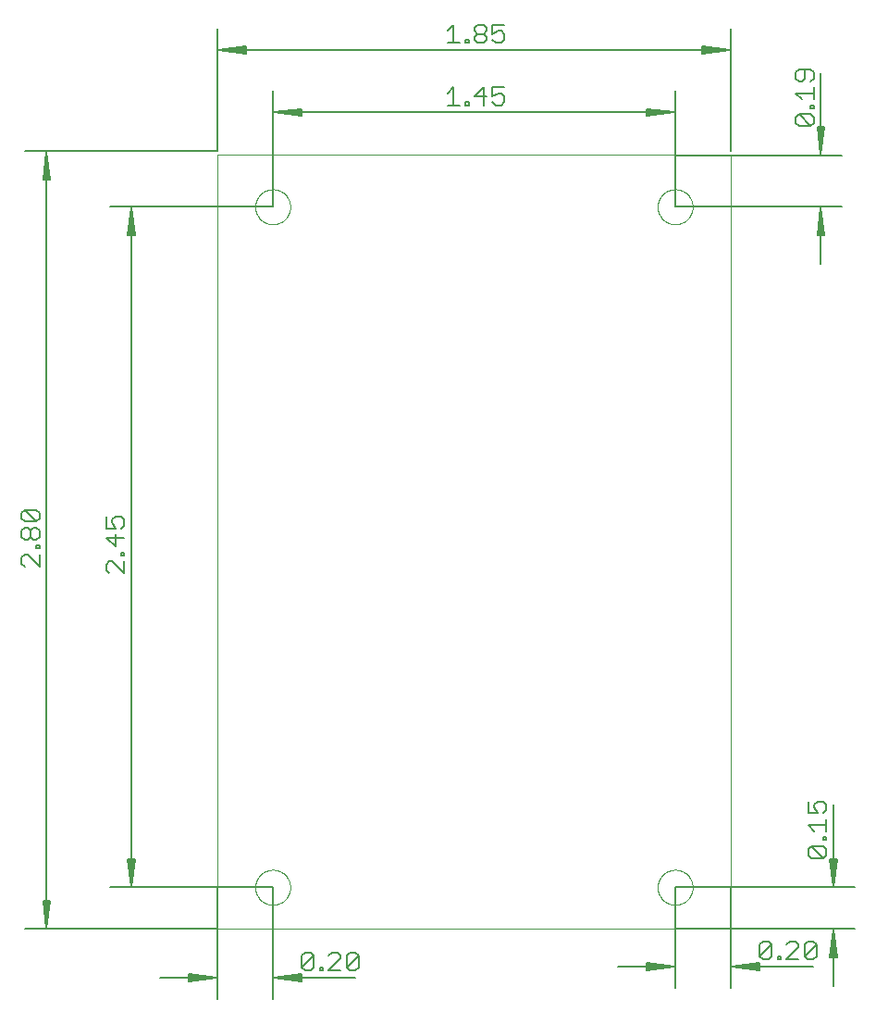
<source format=gbp>
G75*
%MOIN*%
%OFA0B0*%
%FSLAX25Y25*%
%IPPOS*%
%LPD*%
%AMOC8*
5,1,8,0,0,1.08239X$1,22.5*
%
%ADD10C,0.00000*%
%ADD11C,0.00512*%
%ADD12C,0.00600*%
D10*
X0074095Y0026433D02*
X0074095Y0305134D01*
X0259016Y0305134D01*
X0259016Y0026433D01*
X0074095Y0026433D01*
X0087796Y0041433D02*
X0087798Y0041591D01*
X0087804Y0041749D01*
X0087814Y0041907D01*
X0087828Y0042065D01*
X0087846Y0042222D01*
X0087867Y0042379D01*
X0087893Y0042535D01*
X0087923Y0042691D01*
X0087956Y0042846D01*
X0087994Y0042999D01*
X0088035Y0043152D01*
X0088080Y0043304D01*
X0088129Y0043455D01*
X0088182Y0043604D01*
X0088238Y0043752D01*
X0088298Y0043898D01*
X0088362Y0044043D01*
X0088430Y0044186D01*
X0088501Y0044328D01*
X0088575Y0044468D01*
X0088653Y0044605D01*
X0088735Y0044741D01*
X0088819Y0044875D01*
X0088908Y0045006D01*
X0088999Y0045135D01*
X0089094Y0045262D01*
X0089191Y0045387D01*
X0089292Y0045509D01*
X0089396Y0045628D01*
X0089503Y0045745D01*
X0089613Y0045859D01*
X0089726Y0045970D01*
X0089841Y0046079D01*
X0089959Y0046184D01*
X0090080Y0046286D01*
X0090203Y0046386D01*
X0090329Y0046482D01*
X0090457Y0046575D01*
X0090587Y0046665D01*
X0090720Y0046751D01*
X0090855Y0046835D01*
X0090991Y0046914D01*
X0091130Y0046991D01*
X0091271Y0047063D01*
X0091413Y0047133D01*
X0091557Y0047198D01*
X0091703Y0047260D01*
X0091850Y0047318D01*
X0091999Y0047373D01*
X0092149Y0047424D01*
X0092300Y0047471D01*
X0092452Y0047514D01*
X0092605Y0047553D01*
X0092760Y0047589D01*
X0092915Y0047620D01*
X0093071Y0047648D01*
X0093227Y0047672D01*
X0093384Y0047692D01*
X0093542Y0047708D01*
X0093699Y0047720D01*
X0093858Y0047728D01*
X0094016Y0047732D01*
X0094174Y0047732D01*
X0094332Y0047728D01*
X0094491Y0047720D01*
X0094648Y0047708D01*
X0094806Y0047692D01*
X0094963Y0047672D01*
X0095119Y0047648D01*
X0095275Y0047620D01*
X0095430Y0047589D01*
X0095585Y0047553D01*
X0095738Y0047514D01*
X0095890Y0047471D01*
X0096041Y0047424D01*
X0096191Y0047373D01*
X0096340Y0047318D01*
X0096487Y0047260D01*
X0096633Y0047198D01*
X0096777Y0047133D01*
X0096919Y0047063D01*
X0097060Y0046991D01*
X0097199Y0046914D01*
X0097335Y0046835D01*
X0097470Y0046751D01*
X0097603Y0046665D01*
X0097733Y0046575D01*
X0097861Y0046482D01*
X0097987Y0046386D01*
X0098110Y0046286D01*
X0098231Y0046184D01*
X0098349Y0046079D01*
X0098464Y0045970D01*
X0098577Y0045859D01*
X0098687Y0045745D01*
X0098794Y0045628D01*
X0098898Y0045509D01*
X0098999Y0045387D01*
X0099096Y0045262D01*
X0099191Y0045135D01*
X0099282Y0045006D01*
X0099371Y0044875D01*
X0099455Y0044741D01*
X0099537Y0044605D01*
X0099615Y0044468D01*
X0099689Y0044328D01*
X0099760Y0044186D01*
X0099828Y0044043D01*
X0099892Y0043898D01*
X0099952Y0043752D01*
X0100008Y0043604D01*
X0100061Y0043455D01*
X0100110Y0043304D01*
X0100155Y0043152D01*
X0100196Y0042999D01*
X0100234Y0042846D01*
X0100267Y0042691D01*
X0100297Y0042535D01*
X0100323Y0042379D01*
X0100344Y0042222D01*
X0100362Y0042065D01*
X0100376Y0041907D01*
X0100386Y0041749D01*
X0100392Y0041591D01*
X0100394Y0041433D01*
X0100392Y0041275D01*
X0100386Y0041117D01*
X0100376Y0040959D01*
X0100362Y0040801D01*
X0100344Y0040644D01*
X0100323Y0040487D01*
X0100297Y0040331D01*
X0100267Y0040175D01*
X0100234Y0040020D01*
X0100196Y0039867D01*
X0100155Y0039714D01*
X0100110Y0039562D01*
X0100061Y0039411D01*
X0100008Y0039262D01*
X0099952Y0039114D01*
X0099892Y0038968D01*
X0099828Y0038823D01*
X0099760Y0038680D01*
X0099689Y0038538D01*
X0099615Y0038398D01*
X0099537Y0038261D01*
X0099455Y0038125D01*
X0099371Y0037991D01*
X0099282Y0037860D01*
X0099191Y0037731D01*
X0099096Y0037604D01*
X0098999Y0037479D01*
X0098898Y0037357D01*
X0098794Y0037238D01*
X0098687Y0037121D01*
X0098577Y0037007D01*
X0098464Y0036896D01*
X0098349Y0036787D01*
X0098231Y0036682D01*
X0098110Y0036580D01*
X0097987Y0036480D01*
X0097861Y0036384D01*
X0097733Y0036291D01*
X0097603Y0036201D01*
X0097470Y0036115D01*
X0097335Y0036031D01*
X0097199Y0035952D01*
X0097060Y0035875D01*
X0096919Y0035803D01*
X0096777Y0035733D01*
X0096633Y0035668D01*
X0096487Y0035606D01*
X0096340Y0035548D01*
X0096191Y0035493D01*
X0096041Y0035442D01*
X0095890Y0035395D01*
X0095738Y0035352D01*
X0095585Y0035313D01*
X0095430Y0035277D01*
X0095275Y0035246D01*
X0095119Y0035218D01*
X0094963Y0035194D01*
X0094806Y0035174D01*
X0094648Y0035158D01*
X0094491Y0035146D01*
X0094332Y0035138D01*
X0094174Y0035134D01*
X0094016Y0035134D01*
X0093858Y0035138D01*
X0093699Y0035146D01*
X0093542Y0035158D01*
X0093384Y0035174D01*
X0093227Y0035194D01*
X0093071Y0035218D01*
X0092915Y0035246D01*
X0092760Y0035277D01*
X0092605Y0035313D01*
X0092452Y0035352D01*
X0092300Y0035395D01*
X0092149Y0035442D01*
X0091999Y0035493D01*
X0091850Y0035548D01*
X0091703Y0035606D01*
X0091557Y0035668D01*
X0091413Y0035733D01*
X0091271Y0035803D01*
X0091130Y0035875D01*
X0090991Y0035952D01*
X0090855Y0036031D01*
X0090720Y0036115D01*
X0090587Y0036201D01*
X0090457Y0036291D01*
X0090329Y0036384D01*
X0090203Y0036480D01*
X0090080Y0036580D01*
X0089959Y0036682D01*
X0089841Y0036787D01*
X0089726Y0036896D01*
X0089613Y0037007D01*
X0089503Y0037121D01*
X0089396Y0037238D01*
X0089292Y0037357D01*
X0089191Y0037479D01*
X0089094Y0037604D01*
X0088999Y0037731D01*
X0088908Y0037860D01*
X0088819Y0037991D01*
X0088735Y0038125D01*
X0088653Y0038261D01*
X0088575Y0038398D01*
X0088501Y0038538D01*
X0088430Y0038680D01*
X0088362Y0038823D01*
X0088298Y0038968D01*
X0088238Y0039114D01*
X0088182Y0039262D01*
X0088129Y0039411D01*
X0088080Y0039562D01*
X0088035Y0039714D01*
X0087994Y0039867D01*
X0087956Y0040020D01*
X0087923Y0040175D01*
X0087893Y0040331D01*
X0087867Y0040487D01*
X0087846Y0040644D01*
X0087828Y0040801D01*
X0087814Y0040959D01*
X0087804Y0041117D01*
X0087798Y0041275D01*
X0087796Y0041433D01*
X0232796Y0041433D02*
X0232798Y0041591D01*
X0232804Y0041749D01*
X0232814Y0041907D01*
X0232828Y0042065D01*
X0232846Y0042222D01*
X0232867Y0042379D01*
X0232893Y0042535D01*
X0232923Y0042691D01*
X0232956Y0042846D01*
X0232994Y0042999D01*
X0233035Y0043152D01*
X0233080Y0043304D01*
X0233129Y0043455D01*
X0233182Y0043604D01*
X0233238Y0043752D01*
X0233298Y0043898D01*
X0233362Y0044043D01*
X0233430Y0044186D01*
X0233501Y0044328D01*
X0233575Y0044468D01*
X0233653Y0044605D01*
X0233735Y0044741D01*
X0233819Y0044875D01*
X0233908Y0045006D01*
X0233999Y0045135D01*
X0234094Y0045262D01*
X0234191Y0045387D01*
X0234292Y0045509D01*
X0234396Y0045628D01*
X0234503Y0045745D01*
X0234613Y0045859D01*
X0234726Y0045970D01*
X0234841Y0046079D01*
X0234959Y0046184D01*
X0235080Y0046286D01*
X0235203Y0046386D01*
X0235329Y0046482D01*
X0235457Y0046575D01*
X0235587Y0046665D01*
X0235720Y0046751D01*
X0235855Y0046835D01*
X0235991Y0046914D01*
X0236130Y0046991D01*
X0236271Y0047063D01*
X0236413Y0047133D01*
X0236557Y0047198D01*
X0236703Y0047260D01*
X0236850Y0047318D01*
X0236999Y0047373D01*
X0237149Y0047424D01*
X0237300Y0047471D01*
X0237452Y0047514D01*
X0237605Y0047553D01*
X0237760Y0047589D01*
X0237915Y0047620D01*
X0238071Y0047648D01*
X0238227Y0047672D01*
X0238384Y0047692D01*
X0238542Y0047708D01*
X0238699Y0047720D01*
X0238858Y0047728D01*
X0239016Y0047732D01*
X0239174Y0047732D01*
X0239332Y0047728D01*
X0239491Y0047720D01*
X0239648Y0047708D01*
X0239806Y0047692D01*
X0239963Y0047672D01*
X0240119Y0047648D01*
X0240275Y0047620D01*
X0240430Y0047589D01*
X0240585Y0047553D01*
X0240738Y0047514D01*
X0240890Y0047471D01*
X0241041Y0047424D01*
X0241191Y0047373D01*
X0241340Y0047318D01*
X0241487Y0047260D01*
X0241633Y0047198D01*
X0241777Y0047133D01*
X0241919Y0047063D01*
X0242060Y0046991D01*
X0242199Y0046914D01*
X0242335Y0046835D01*
X0242470Y0046751D01*
X0242603Y0046665D01*
X0242733Y0046575D01*
X0242861Y0046482D01*
X0242987Y0046386D01*
X0243110Y0046286D01*
X0243231Y0046184D01*
X0243349Y0046079D01*
X0243464Y0045970D01*
X0243577Y0045859D01*
X0243687Y0045745D01*
X0243794Y0045628D01*
X0243898Y0045509D01*
X0243999Y0045387D01*
X0244096Y0045262D01*
X0244191Y0045135D01*
X0244282Y0045006D01*
X0244371Y0044875D01*
X0244455Y0044741D01*
X0244537Y0044605D01*
X0244615Y0044468D01*
X0244689Y0044328D01*
X0244760Y0044186D01*
X0244828Y0044043D01*
X0244892Y0043898D01*
X0244952Y0043752D01*
X0245008Y0043604D01*
X0245061Y0043455D01*
X0245110Y0043304D01*
X0245155Y0043152D01*
X0245196Y0042999D01*
X0245234Y0042846D01*
X0245267Y0042691D01*
X0245297Y0042535D01*
X0245323Y0042379D01*
X0245344Y0042222D01*
X0245362Y0042065D01*
X0245376Y0041907D01*
X0245386Y0041749D01*
X0245392Y0041591D01*
X0245394Y0041433D01*
X0245392Y0041275D01*
X0245386Y0041117D01*
X0245376Y0040959D01*
X0245362Y0040801D01*
X0245344Y0040644D01*
X0245323Y0040487D01*
X0245297Y0040331D01*
X0245267Y0040175D01*
X0245234Y0040020D01*
X0245196Y0039867D01*
X0245155Y0039714D01*
X0245110Y0039562D01*
X0245061Y0039411D01*
X0245008Y0039262D01*
X0244952Y0039114D01*
X0244892Y0038968D01*
X0244828Y0038823D01*
X0244760Y0038680D01*
X0244689Y0038538D01*
X0244615Y0038398D01*
X0244537Y0038261D01*
X0244455Y0038125D01*
X0244371Y0037991D01*
X0244282Y0037860D01*
X0244191Y0037731D01*
X0244096Y0037604D01*
X0243999Y0037479D01*
X0243898Y0037357D01*
X0243794Y0037238D01*
X0243687Y0037121D01*
X0243577Y0037007D01*
X0243464Y0036896D01*
X0243349Y0036787D01*
X0243231Y0036682D01*
X0243110Y0036580D01*
X0242987Y0036480D01*
X0242861Y0036384D01*
X0242733Y0036291D01*
X0242603Y0036201D01*
X0242470Y0036115D01*
X0242335Y0036031D01*
X0242199Y0035952D01*
X0242060Y0035875D01*
X0241919Y0035803D01*
X0241777Y0035733D01*
X0241633Y0035668D01*
X0241487Y0035606D01*
X0241340Y0035548D01*
X0241191Y0035493D01*
X0241041Y0035442D01*
X0240890Y0035395D01*
X0240738Y0035352D01*
X0240585Y0035313D01*
X0240430Y0035277D01*
X0240275Y0035246D01*
X0240119Y0035218D01*
X0239963Y0035194D01*
X0239806Y0035174D01*
X0239648Y0035158D01*
X0239491Y0035146D01*
X0239332Y0035138D01*
X0239174Y0035134D01*
X0239016Y0035134D01*
X0238858Y0035138D01*
X0238699Y0035146D01*
X0238542Y0035158D01*
X0238384Y0035174D01*
X0238227Y0035194D01*
X0238071Y0035218D01*
X0237915Y0035246D01*
X0237760Y0035277D01*
X0237605Y0035313D01*
X0237452Y0035352D01*
X0237300Y0035395D01*
X0237149Y0035442D01*
X0236999Y0035493D01*
X0236850Y0035548D01*
X0236703Y0035606D01*
X0236557Y0035668D01*
X0236413Y0035733D01*
X0236271Y0035803D01*
X0236130Y0035875D01*
X0235991Y0035952D01*
X0235855Y0036031D01*
X0235720Y0036115D01*
X0235587Y0036201D01*
X0235457Y0036291D01*
X0235329Y0036384D01*
X0235203Y0036480D01*
X0235080Y0036580D01*
X0234959Y0036682D01*
X0234841Y0036787D01*
X0234726Y0036896D01*
X0234613Y0037007D01*
X0234503Y0037121D01*
X0234396Y0037238D01*
X0234292Y0037357D01*
X0234191Y0037479D01*
X0234094Y0037604D01*
X0233999Y0037731D01*
X0233908Y0037860D01*
X0233819Y0037991D01*
X0233735Y0038125D01*
X0233653Y0038261D01*
X0233575Y0038398D01*
X0233501Y0038538D01*
X0233430Y0038680D01*
X0233362Y0038823D01*
X0233298Y0038968D01*
X0233238Y0039114D01*
X0233182Y0039262D01*
X0233129Y0039411D01*
X0233080Y0039562D01*
X0233035Y0039714D01*
X0232994Y0039867D01*
X0232956Y0040020D01*
X0232923Y0040175D01*
X0232893Y0040331D01*
X0232867Y0040487D01*
X0232846Y0040644D01*
X0232828Y0040801D01*
X0232814Y0040959D01*
X0232804Y0041117D01*
X0232798Y0041275D01*
X0232796Y0041433D01*
X0232796Y0286433D02*
X0232798Y0286591D01*
X0232804Y0286749D01*
X0232814Y0286907D01*
X0232828Y0287065D01*
X0232846Y0287222D01*
X0232867Y0287379D01*
X0232893Y0287535D01*
X0232923Y0287691D01*
X0232956Y0287846D01*
X0232994Y0287999D01*
X0233035Y0288152D01*
X0233080Y0288304D01*
X0233129Y0288455D01*
X0233182Y0288604D01*
X0233238Y0288752D01*
X0233298Y0288898D01*
X0233362Y0289043D01*
X0233430Y0289186D01*
X0233501Y0289328D01*
X0233575Y0289468D01*
X0233653Y0289605D01*
X0233735Y0289741D01*
X0233819Y0289875D01*
X0233908Y0290006D01*
X0233999Y0290135D01*
X0234094Y0290262D01*
X0234191Y0290387D01*
X0234292Y0290509D01*
X0234396Y0290628D01*
X0234503Y0290745D01*
X0234613Y0290859D01*
X0234726Y0290970D01*
X0234841Y0291079D01*
X0234959Y0291184D01*
X0235080Y0291286D01*
X0235203Y0291386D01*
X0235329Y0291482D01*
X0235457Y0291575D01*
X0235587Y0291665D01*
X0235720Y0291751D01*
X0235855Y0291835D01*
X0235991Y0291914D01*
X0236130Y0291991D01*
X0236271Y0292063D01*
X0236413Y0292133D01*
X0236557Y0292198D01*
X0236703Y0292260D01*
X0236850Y0292318D01*
X0236999Y0292373D01*
X0237149Y0292424D01*
X0237300Y0292471D01*
X0237452Y0292514D01*
X0237605Y0292553D01*
X0237760Y0292589D01*
X0237915Y0292620D01*
X0238071Y0292648D01*
X0238227Y0292672D01*
X0238384Y0292692D01*
X0238542Y0292708D01*
X0238699Y0292720D01*
X0238858Y0292728D01*
X0239016Y0292732D01*
X0239174Y0292732D01*
X0239332Y0292728D01*
X0239491Y0292720D01*
X0239648Y0292708D01*
X0239806Y0292692D01*
X0239963Y0292672D01*
X0240119Y0292648D01*
X0240275Y0292620D01*
X0240430Y0292589D01*
X0240585Y0292553D01*
X0240738Y0292514D01*
X0240890Y0292471D01*
X0241041Y0292424D01*
X0241191Y0292373D01*
X0241340Y0292318D01*
X0241487Y0292260D01*
X0241633Y0292198D01*
X0241777Y0292133D01*
X0241919Y0292063D01*
X0242060Y0291991D01*
X0242199Y0291914D01*
X0242335Y0291835D01*
X0242470Y0291751D01*
X0242603Y0291665D01*
X0242733Y0291575D01*
X0242861Y0291482D01*
X0242987Y0291386D01*
X0243110Y0291286D01*
X0243231Y0291184D01*
X0243349Y0291079D01*
X0243464Y0290970D01*
X0243577Y0290859D01*
X0243687Y0290745D01*
X0243794Y0290628D01*
X0243898Y0290509D01*
X0243999Y0290387D01*
X0244096Y0290262D01*
X0244191Y0290135D01*
X0244282Y0290006D01*
X0244371Y0289875D01*
X0244455Y0289741D01*
X0244537Y0289605D01*
X0244615Y0289468D01*
X0244689Y0289328D01*
X0244760Y0289186D01*
X0244828Y0289043D01*
X0244892Y0288898D01*
X0244952Y0288752D01*
X0245008Y0288604D01*
X0245061Y0288455D01*
X0245110Y0288304D01*
X0245155Y0288152D01*
X0245196Y0287999D01*
X0245234Y0287846D01*
X0245267Y0287691D01*
X0245297Y0287535D01*
X0245323Y0287379D01*
X0245344Y0287222D01*
X0245362Y0287065D01*
X0245376Y0286907D01*
X0245386Y0286749D01*
X0245392Y0286591D01*
X0245394Y0286433D01*
X0245392Y0286275D01*
X0245386Y0286117D01*
X0245376Y0285959D01*
X0245362Y0285801D01*
X0245344Y0285644D01*
X0245323Y0285487D01*
X0245297Y0285331D01*
X0245267Y0285175D01*
X0245234Y0285020D01*
X0245196Y0284867D01*
X0245155Y0284714D01*
X0245110Y0284562D01*
X0245061Y0284411D01*
X0245008Y0284262D01*
X0244952Y0284114D01*
X0244892Y0283968D01*
X0244828Y0283823D01*
X0244760Y0283680D01*
X0244689Y0283538D01*
X0244615Y0283398D01*
X0244537Y0283261D01*
X0244455Y0283125D01*
X0244371Y0282991D01*
X0244282Y0282860D01*
X0244191Y0282731D01*
X0244096Y0282604D01*
X0243999Y0282479D01*
X0243898Y0282357D01*
X0243794Y0282238D01*
X0243687Y0282121D01*
X0243577Y0282007D01*
X0243464Y0281896D01*
X0243349Y0281787D01*
X0243231Y0281682D01*
X0243110Y0281580D01*
X0242987Y0281480D01*
X0242861Y0281384D01*
X0242733Y0281291D01*
X0242603Y0281201D01*
X0242470Y0281115D01*
X0242335Y0281031D01*
X0242199Y0280952D01*
X0242060Y0280875D01*
X0241919Y0280803D01*
X0241777Y0280733D01*
X0241633Y0280668D01*
X0241487Y0280606D01*
X0241340Y0280548D01*
X0241191Y0280493D01*
X0241041Y0280442D01*
X0240890Y0280395D01*
X0240738Y0280352D01*
X0240585Y0280313D01*
X0240430Y0280277D01*
X0240275Y0280246D01*
X0240119Y0280218D01*
X0239963Y0280194D01*
X0239806Y0280174D01*
X0239648Y0280158D01*
X0239491Y0280146D01*
X0239332Y0280138D01*
X0239174Y0280134D01*
X0239016Y0280134D01*
X0238858Y0280138D01*
X0238699Y0280146D01*
X0238542Y0280158D01*
X0238384Y0280174D01*
X0238227Y0280194D01*
X0238071Y0280218D01*
X0237915Y0280246D01*
X0237760Y0280277D01*
X0237605Y0280313D01*
X0237452Y0280352D01*
X0237300Y0280395D01*
X0237149Y0280442D01*
X0236999Y0280493D01*
X0236850Y0280548D01*
X0236703Y0280606D01*
X0236557Y0280668D01*
X0236413Y0280733D01*
X0236271Y0280803D01*
X0236130Y0280875D01*
X0235991Y0280952D01*
X0235855Y0281031D01*
X0235720Y0281115D01*
X0235587Y0281201D01*
X0235457Y0281291D01*
X0235329Y0281384D01*
X0235203Y0281480D01*
X0235080Y0281580D01*
X0234959Y0281682D01*
X0234841Y0281787D01*
X0234726Y0281896D01*
X0234613Y0282007D01*
X0234503Y0282121D01*
X0234396Y0282238D01*
X0234292Y0282357D01*
X0234191Y0282479D01*
X0234094Y0282604D01*
X0233999Y0282731D01*
X0233908Y0282860D01*
X0233819Y0282991D01*
X0233735Y0283125D01*
X0233653Y0283261D01*
X0233575Y0283398D01*
X0233501Y0283538D01*
X0233430Y0283680D01*
X0233362Y0283823D01*
X0233298Y0283968D01*
X0233238Y0284114D01*
X0233182Y0284262D01*
X0233129Y0284411D01*
X0233080Y0284562D01*
X0233035Y0284714D01*
X0232994Y0284867D01*
X0232956Y0285020D01*
X0232923Y0285175D01*
X0232893Y0285331D01*
X0232867Y0285487D01*
X0232846Y0285644D01*
X0232828Y0285801D01*
X0232814Y0285959D01*
X0232804Y0286117D01*
X0232798Y0286275D01*
X0232796Y0286433D01*
X0087796Y0286433D02*
X0087798Y0286591D01*
X0087804Y0286749D01*
X0087814Y0286907D01*
X0087828Y0287065D01*
X0087846Y0287222D01*
X0087867Y0287379D01*
X0087893Y0287535D01*
X0087923Y0287691D01*
X0087956Y0287846D01*
X0087994Y0287999D01*
X0088035Y0288152D01*
X0088080Y0288304D01*
X0088129Y0288455D01*
X0088182Y0288604D01*
X0088238Y0288752D01*
X0088298Y0288898D01*
X0088362Y0289043D01*
X0088430Y0289186D01*
X0088501Y0289328D01*
X0088575Y0289468D01*
X0088653Y0289605D01*
X0088735Y0289741D01*
X0088819Y0289875D01*
X0088908Y0290006D01*
X0088999Y0290135D01*
X0089094Y0290262D01*
X0089191Y0290387D01*
X0089292Y0290509D01*
X0089396Y0290628D01*
X0089503Y0290745D01*
X0089613Y0290859D01*
X0089726Y0290970D01*
X0089841Y0291079D01*
X0089959Y0291184D01*
X0090080Y0291286D01*
X0090203Y0291386D01*
X0090329Y0291482D01*
X0090457Y0291575D01*
X0090587Y0291665D01*
X0090720Y0291751D01*
X0090855Y0291835D01*
X0090991Y0291914D01*
X0091130Y0291991D01*
X0091271Y0292063D01*
X0091413Y0292133D01*
X0091557Y0292198D01*
X0091703Y0292260D01*
X0091850Y0292318D01*
X0091999Y0292373D01*
X0092149Y0292424D01*
X0092300Y0292471D01*
X0092452Y0292514D01*
X0092605Y0292553D01*
X0092760Y0292589D01*
X0092915Y0292620D01*
X0093071Y0292648D01*
X0093227Y0292672D01*
X0093384Y0292692D01*
X0093542Y0292708D01*
X0093699Y0292720D01*
X0093858Y0292728D01*
X0094016Y0292732D01*
X0094174Y0292732D01*
X0094332Y0292728D01*
X0094491Y0292720D01*
X0094648Y0292708D01*
X0094806Y0292692D01*
X0094963Y0292672D01*
X0095119Y0292648D01*
X0095275Y0292620D01*
X0095430Y0292589D01*
X0095585Y0292553D01*
X0095738Y0292514D01*
X0095890Y0292471D01*
X0096041Y0292424D01*
X0096191Y0292373D01*
X0096340Y0292318D01*
X0096487Y0292260D01*
X0096633Y0292198D01*
X0096777Y0292133D01*
X0096919Y0292063D01*
X0097060Y0291991D01*
X0097199Y0291914D01*
X0097335Y0291835D01*
X0097470Y0291751D01*
X0097603Y0291665D01*
X0097733Y0291575D01*
X0097861Y0291482D01*
X0097987Y0291386D01*
X0098110Y0291286D01*
X0098231Y0291184D01*
X0098349Y0291079D01*
X0098464Y0290970D01*
X0098577Y0290859D01*
X0098687Y0290745D01*
X0098794Y0290628D01*
X0098898Y0290509D01*
X0098999Y0290387D01*
X0099096Y0290262D01*
X0099191Y0290135D01*
X0099282Y0290006D01*
X0099371Y0289875D01*
X0099455Y0289741D01*
X0099537Y0289605D01*
X0099615Y0289468D01*
X0099689Y0289328D01*
X0099760Y0289186D01*
X0099828Y0289043D01*
X0099892Y0288898D01*
X0099952Y0288752D01*
X0100008Y0288604D01*
X0100061Y0288455D01*
X0100110Y0288304D01*
X0100155Y0288152D01*
X0100196Y0287999D01*
X0100234Y0287846D01*
X0100267Y0287691D01*
X0100297Y0287535D01*
X0100323Y0287379D01*
X0100344Y0287222D01*
X0100362Y0287065D01*
X0100376Y0286907D01*
X0100386Y0286749D01*
X0100392Y0286591D01*
X0100394Y0286433D01*
X0100392Y0286275D01*
X0100386Y0286117D01*
X0100376Y0285959D01*
X0100362Y0285801D01*
X0100344Y0285644D01*
X0100323Y0285487D01*
X0100297Y0285331D01*
X0100267Y0285175D01*
X0100234Y0285020D01*
X0100196Y0284867D01*
X0100155Y0284714D01*
X0100110Y0284562D01*
X0100061Y0284411D01*
X0100008Y0284262D01*
X0099952Y0284114D01*
X0099892Y0283968D01*
X0099828Y0283823D01*
X0099760Y0283680D01*
X0099689Y0283538D01*
X0099615Y0283398D01*
X0099537Y0283261D01*
X0099455Y0283125D01*
X0099371Y0282991D01*
X0099282Y0282860D01*
X0099191Y0282731D01*
X0099096Y0282604D01*
X0098999Y0282479D01*
X0098898Y0282357D01*
X0098794Y0282238D01*
X0098687Y0282121D01*
X0098577Y0282007D01*
X0098464Y0281896D01*
X0098349Y0281787D01*
X0098231Y0281682D01*
X0098110Y0281580D01*
X0097987Y0281480D01*
X0097861Y0281384D01*
X0097733Y0281291D01*
X0097603Y0281201D01*
X0097470Y0281115D01*
X0097335Y0281031D01*
X0097199Y0280952D01*
X0097060Y0280875D01*
X0096919Y0280803D01*
X0096777Y0280733D01*
X0096633Y0280668D01*
X0096487Y0280606D01*
X0096340Y0280548D01*
X0096191Y0280493D01*
X0096041Y0280442D01*
X0095890Y0280395D01*
X0095738Y0280352D01*
X0095585Y0280313D01*
X0095430Y0280277D01*
X0095275Y0280246D01*
X0095119Y0280218D01*
X0094963Y0280194D01*
X0094806Y0280174D01*
X0094648Y0280158D01*
X0094491Y0280146D01*
X0094332Y0280138D01*
X0094174Y0280134D01*
X0094016Y0280134D01*
X0093858Y0280138D01*
X0093699Y0280146D01*
X0093542Y0280158D01*
X0093384Y0280174D01*
X0093227Y0280194D01*
X0093071Y0280218D01*
X0092915Y0280246D01*
X0092760Y0280277D01*
X0092605Y0280313D01*
X0092452Y0280352D01*
X0092300Y0280395D01*
X0092149Y0280442D01*
X0091999Y0280493D01*
X0091850Y0280548D01*
X0091703Y0280606D01*
X0091557Y0280668D01*
X0091413Y0280733D01*
X0091271Y0280803D01*
X0091130Y0280875D01*
X0090991Y0280952D01*
X0090855Y0281031D01*
X0090720Y0281115D01*
X0090587Y0281201D01*
X0090457Y0281291D01*
X0090329Y0281384D01*
X0090203Y0281480D01*
X0090080Y0281580D01*
X0089959Y0281682D01*
X0089841Y0281787D01*
X0089726Y0281896D01*
X0089613Y0282007D01*
X0089503Y0282121D01*
X0089396Y0282238D01*
X0089292Y0282357D01*
X0089191Y0282479D01*
X0089094Y0282604D01*
X0088999Y0282731D01*
X0088908Y0282860D01*
X0088819Y0282991D01*
X0088735Y0283125D01*
X0088653Y0283261D01*
X0088575Y0283398D01*
X0088501Y0283538D01*
X0088430Y0283680D01*
X0088362Y0283823D01*
X0088298Y0283968D01*
X0088238Y0284114D01*
X0088182Y0284262D01*
X0088129Y0284411D01*
X0088080Y0284562D01*
X0088035Y0284714D01*
X0087994Y0284867D01*
X0087956Y0285020D01*
X0087923Y0285175D01*
X0087893Y0285331D01*
X0087867Y0285487D01*
X0087846Y0285644D01*
X0087828Y0285801D01*
X0087814Y0285959D01*
X0087804Y0286117D01*
X0087798Y0286275D01*
X0087796Y0286433D01*
D11*
X0074095Y0026433D02*
X0004918Y0026433D01*
X0012595Y0026689D02*
X0011572Y0036669D01*
X0011338Y0036669D02*
X0013852Y0036669D01*
X0012595Y0026689D01*
X0013619Y0036669D01*
X0013107Y0036669D02*
X0012595Y0026689D01*
X0012083Y0036669D01*
X0011338Y0036669D02*
X0012595Y0026689D01*
X0012595Y0306177D01*
X0013619Y0296197D01*
X0013852Y0296197D02*
X0012595Y0306177D01*
X0011572Y0296197D01*
X0011338Y0296197D02*
X0013852Y0296197D01*
X0013107Y0296197D02*
X0012595Y0306177D01*
X0012083Y0296197D01*
X0011338Y0296197D02*
X0012595Y0306177D01*
X0004918Y0306433D02*
X0074095Y0306433D01*
X0074095Y0350610D01*
X0074351Y0342933D02*
X0084331Y0341909D01*
X0084331Y0341676D02*
X0074351Y0342933D01*
X0084331Y0343957D01*
X0084331Y0344190D02*
X0084331Y0341676D01*
X0084331Y0342421D02*
X0074351Y0342933D01*
X0084331Y0343445D01*
X0084331Y0344190D02*
X0074351Y0342933D01*
X0258839Y0342933D01*
X0248859Y0341909D01*
X0248859Y0341676D02*
X0258839Y0342933D01*
X0248859Y0343957D01*
X0248859Y0344190D02*
X0248859Y0341676D01*
X0248859Y0342421D02*
X0258839Y0342933D01*
X0248859Y0343445D01*
X0248859Y0344190D02*
X0258839Y0342933D01*
X0259095Y0350610D02*
X0259095Y0306433D01*
X0239095Y0304933D02*
X0299272Y0304933D01*
X0291595Y0305189D02*
X0292619Y0315169D01*
X0292852Y0315169D02*
X0290338Y0315169D01*
X0291595Y0305189D01*
X0290572Y0315169D01*
X0291083Y0315169D02*
X0291595Y0305189D01*
X0292107Y0315169D01*
X0292852Y0315169D02*
X0291595Y0305189D01*
X0291595Y0334673D01*
X0291595Y0286177D02*
X0292619Y0276197D01*
X0292852Y0276197D02*
X0290338Y0276197D01*
X0291595Y0286177D01*
X0290572Y0276197D01*
X0291083Y0276197D02*
X0291595Y0286177D01*
X0292107Y0276197D01*
X0292852Y0276197D02*
X0291595Y0286177D01*
X0291595Y0265961D01*
X0299272Y0286433D02*
X0239095Y0286433D01*
X0239095Y0328110D01*
X0238839Y0320433D02*
X0228859Y0319409D01*
X0228859Y0319176D02*
X0238839Y0320433D01*
X0228859Y0321457D01*
X0228859Y0321690D02*
X0228859Y0319176D01*
X0228859Y0319921D02*
X0238839Y0320433D01*
X0228859Y0320945D01*
X0228859Y0321690D02*
X0238839Y0320433D01*
X0094351Y0320433D01*
X0104331Y0319409D01*
X0104331Y0319176D02*
X0094351Y0320433D01*
X0104331Y0321457D01*
X0104331Y0321690D02*
X0104331Y0319176D01*
X0104331Y0319921D02*
X0094351Y0320433D01*
X0104331Y0320945D01*
X0104331Y0321690D02*
X0094351Y0320433D01*
X0094095Y0328110D02*
X0094095Y0286433D01*
X0035418Y0286433D01*
X0043095Y0286177D02*
X0042072Y0276197D01*
X0041838Y0276197D02*
X0044352Y0276197D01*
X0043095Y0286177D01*
X0044119Y0276197D01*
X0043607Y0276197D02*
X0043095Y0286177D01*
X0042583Y0276197D01*
X0041838Y0276197D02*
X0043095Y0286177D01*
X0043095Y0041689D01*
X0044119Y0051669D01*
X0044352Y0051669D02*
X0043095Y0041689D01*
X0042072Y0051669D01*
X0041838Y0051669D02*
X0044352Y0051669D01*
X0043607Y0051669D02*
X0043095Y0041689D01*
X0042583Y0051669D01*
X0041838Y0051669D02*
X0043095Y0041689D01*
X0035418Y0041433D02*
X0094095Y0041433D01*
X0094095Y0001256D01*
X0094351Y0008933D02*
X0104331Y0007909D01*
X0104331Y0007676D02*
X0094351Y0008933D01*
X0104331Y0009957D01*
X0104331Y0010190D02*
X0104331Y0007676D01*
X0104331Y0008421D02*
X0094351Y0008933D01*
X0104331Y0009445D01*
X0104331Y0010190D02*
X0094351Y0008933D01*
X0123835Y0008933D01*
X0073839Y0008933D02*
X0063859Y0007909D01*
X0063859Y0007676D02*
X0073839Y0008933D01*
X0063859Y0009957D01*
X0063859Y0010190D02*
X0063859Y0007676D01*
X0063859Y0008421D02*
X0073839Y0008933D01*
X0063859Y0009445D01*
X0063859Y0010190D02*
X0073839Y0008933D01*
X0053623Y0008933D01*
X0074095Y0001256D02*
X0074095Y0041433D01*
X0218623Y0012933D02*
X0238839Y0012933D01*
X0228859Y0011909D01*
X0228859Y0011676D02*
X0238839Y0012933D01*
X0228859Y0013957D01*
X0228859Y0014190D02*
X0228859Y0011676D01*
X0228859Y0012421D02*
X0238839Y0012933D01*
X0228859Y0013445D01*
X0228859Y0014190D02*
X0238839Y0012933D01*
X0239095Y0005256D02*
X0239095Y0041433D01*
X0303772Y0041433D01*
X0296095Y0041689D02*
X0297119Y0051669D01*
X0297352Y0051669D02*
X0296095Y0041689D01*
X0295072Y0051669D01*
X0294838Y0051669D02*
X0297352Y0051669D01*
X0296607Y0051669D02*
X0296095Y0041689D01*
X0295583Y0051669D01*
X0294838Y0051669D02*
X0296095Y0041689D01*
X0296095Y0071173D01*
X0296095Y0026177D02*
X0297119Y0016197D01*
X0297352Y0016197D02*
X0296095Y0026177D01*
X0295072Y0016197D01*
X0294838Y0016197D02*
X0297352Y0016197D01*
X0296607Y0016197D02*
X0296095Y0026177D01*
X0295583Y0016197D01*
X0294838Y0016197D02*
X0296095Y0026177D01*
X0296095Y0005961D01*
X0288835Y0012933D02*
X0259351Y0012933D01*
X0269331Y0011909D01*
X0269331Y0011676D02*
X0259351Y0012933D01*
X0269331Y0013957D01*
X0269331Y0014190D02*
X0269331Y0011676D01*
X0269331Y0012421D02*
X0259351Y0012933D01*
X0269331Y0013445D01*
X0269331Y0014190D02*
X0259351Y0012933D01*
X0259095Y0005256D02*
X0259095Y0041433D01*
X0239095Y0026433D02*
X0303772Y0026433D01*
D12*
X0290015Y0020833D02*
X0290015Y0016562D01*
X0288948Y0015495D01*
X0286813Y0015495D01*
X0285745Y0016562D01*
X0290015Y0020833D01*
X0288948Y0021900D01*
X0286813Y0021900D01*
X0285745Y0020833D01*
X0285745Y0016562D01*
X0283570Y0015495D02*
X0279300Y0015495D01*
X0283570Y0019765D01*
X0283570Y0020833D01*
X0282502Y0021900D01*
X0280367Y0021900D01*
X0279300Y0020833D01*
X0277144Y0016562D02*
X0277144Y0015495D01*
X0276077Y0015495D01*
X0276077Y0016562D01*
X0277144Y0016562D01*
X0273902Y0016562D02*
X0273902Y0020833D01*
X0269631Y0016562D01*
X0270699Y0015495D01*
X0272834Y0015495D01*
X0273902Y0016562D01*
X0269631Y0016562D02*
X0269631Y0020833D01*
X0270699Y0021900D01*
X0272834Y0021900D01*
X0273902Y0020833D01*
X0288195Y0051969D02*
X0287128Y0053037D01*
X0287128Y0055172D01*
X0288195Y0056240D01*
X0292466Y0051969D01*
X0293533Y0053037D01*
X0293533Y0055172D01*
X0292466Y0056240D01*
X0288195Y0056240D01*
X0288195Y0051969D02*
X0292466Y0051969D01*
X0292466Y0058415D02*
X0292466Y0059482D01*
X0293533Y0059482D01*
X0293533Y0058415D01*
X0292466Y0058415D01*
X0293533Y0061638D02*
X0293533Y0065908D01*
X0293533Y0063773D02*
X0287128Y0063773D01*
X0289263Y0061638D01*
X0290331Y0068083D02*
X0289263Y0070218D01*
X0289263Y0071286D01*
X0290331Y0072353D01*
X0292466Y0072353D01*
X0293533Y0071286D01*
X0293533Y0069151D01*
X0292466Y0068083D01*
X0290331Y0068083D02*
X0287128Y0068083D01*
X0287128Y0072353D01*
X0125015Y0016833D02*
X0125015Y0012562D01*
X0123948Y0011495D01*
X0121813Y0011495D01*
X0120745Y0012562D01*
X0125015Y0016833D01*
X0123948Y0017900D01*
X0121813Y0017900D01*
X0120745Y0016833D01*
X0120745Y0012562D01*
X0118570Y0011495D02*
X0114300Y0011495D01*
X0118570Y0015765D01*
X0118570Y0016833D01*
X0117502Y0017900D01*
X0115367Y0017900D01*
X0114300Y0016833D01*
X0112144Y0012562D02*
X0112144Y0011495D01*
X0111077Y0011495D01*
X0111077Y0012562D01*
X0112144Y0012562D01*
X0108902Y0012562D02*
X0108902Y0016833D01*
X0104631Y0012562D01*
X0105699Y0011495D01*
X0107834Y0011495D01*
X0108902Y0012562D01*
X0104631Y0012562D02*
X0104631Y0016833D01*
X0105699Y0017900D01*
X0107834Y0017900D01*
X0108902Y0016833D01*
X0040533Y0154481D02*
X0036263Y0158752D01*
X0035195Y0158752D01*
X0034128Y0157684D01*
X0034128Y0155549D01*
X0035195Y0154481D01*
X0040533Y0154481D02*
X0040533Y0158752D01*
X0040533Y0160927D02*
X0039466Y0160927D01*
X0039466Y0161994D01*
X0040533Y0161994D01*
X0040533Y0160927D01*
X0037331Y0164150D02*
X0037331Y0168420D01*
X0037331Y0170595D02*
X0036263Y0172730D01*
X0036263Y0173798D01*
X0037331Y0174865D01*
X0039466Y0174865D01*
X0040533Y0173798D01*
X0040533Y0171663D01*
X0039466Y0170595D01*
X0037331Y0170595D02*
X0034128Y0170595D01*
X0034128Y0174865D01*
X0034128Y0167352D02*
X0037331Y0164150D01*
X0040533Y0167352D02*
X0034128Y0167352D01*
X0010033Y0167717D02*
X0008966Y0166650D01*
X0007898Y0166650D01*
X0006831Y0167717D01*
X0006831Y0169852D01*
X0007898Y0170920D01*
X0008966Y0170920D01*
X0010033Y0169852D01*
X0010033Y0167717D01*
X0006831Y0167717D02*
X0005763Y0166650D01*
X0004695Y0166650D01*
X0003628Y0167717D01*
X0003628Y0169852D01*
X0004695Y0170920D01*
X0005763Y0170920D01*
X0006831Y0169852D01*
X0008966Y0173095D02*
X0004695Y0173095D01*
X0003628Y0174163D01*
X0003628Y0176298D01*
X0004695Y0177365D01*
X0008966Y0173095D01*
X0010033Y0174163D01*
X0010033Y0176298D01*
X0008966Y0177365D01*
X0004695Y0177365D01*
X0008966Y0164494D02*
X0010033Y0164494D01*
X0010033Y0163427D01*
X0008966Y0163427D01*
X0008966Y0164494D01*
X0010033Y0161252D02*
X0010033Y0156981D01*
X0005763Y0161252D01*
X0004695Y0161252D01*
X0003628Y0160184D01*
X0003628Y0158049D01*
X0004695Y0156981D01*
X0157143Y0322995D02*
X0161414Y0322995D01*
X0159279Y0322995D02*
X0159279Y0329400D01*
X0157143Y0327265D01*
X0163589Y0324062D02*
X0163589Y0322995D01*
X0164657Y0322995D01*
X0164657Y0324062D01*
X0163589Y0324062D01*
X0166812Y0326198D02*
X0171082Y0326198D01*
X0173257Y0326198D02*
X0175392Y0327265D01*
X0176460Y0327265D01*
X0177528Y0326198D01*
X0177528Y0324062D01*
X0176460Y0322995D01*
X0174325Y0322995D01*
X0173257Y0324062D01*
X0173257Y0326198D02*
X0173257Y0329400D01*
X0177528Y0329400D01*
X0170014Y0329400D02*
X0170014Y0322995D01*
X0166812Y0326198D02*
X0170014Y0329400D01*
X0170014Y0345495D02*
X0167879Y0345495D01*
X0166812Y0346562D01*
X0166812Y0347630D01*
X0167879Y0348698D01*
X0170014Y0348698D01*
X0171082Y0347630D01*
X0171082Y0346562D01*
X0170014Y0345495D01*
X0170014Y0348698D02*
X0171082Y0349765D01*
X0171082Y0350833D01*
X0170014Y0351900D01*
X0167879Y0351900D01*
X0166812Y0350833D01*
X0166812Y0349765D01*
X0167879Y0348698D01*
X0173257Y0348698D02*
X0175392Y0349765D01*
X0176460Y0349765D01*
X0177528Y0348698D01*
X0177528Y0346562D01*
X0176460Y0345495D01*
X0174325Y0345495D01*
X0173257Y0346562D01*
X0173257Y0348698D02*
X0173257Y0351900D01*
X0177528Y0351900D01*
X0164657Y0346562D02*
X0164657Y0345495D01*
X0163589Y0345495D01*
X0163589Y0346562D01*
X0164657Y0346562D01*
X0161414Y0345495D02*
X0157143Y0345495D01*
X0159279Y0345495D02*
X0159279Y0351900D01*
X0157143Y0349765D01*
X0282628Y0334786D02*
X0282628Y0332651D01*
X0283695Y0331583D01*
X0284763Y0331583D01*
X0285831Y0332651D01*
X0285831Y0335853D01*
X0287966Y0335853D02*
X0283695Y0335853D01*
X0282628Y0334786D01*
X0287966Y0335853D02*
X0289033Y0334786D01*
X0289033Y0332651D01*
X0287966Y0331583D01*
X0289033Y0329408D02*
X0289033Y0325138D01*
X0289033Y0327273D02*
X0282628Y0327273D01*
X0284763Y0325138D01*
X0287966Y0322982D02*
X0289033Y0322982D01*
X0289033Y0321915D01*
X0287966Y0321915D01*
X0287966Y0322982D01*
X0287966Y0319740D02*
X0283695Y0319740D01*
X0287966Y0315469D01*
X0289033Y0316537D01*
X0289033Y0318672D01*
X0287966Y0319740D01*
X0283695Y0319740D02*
X0282628Y0318672D01*
X0282628Y0316537D01*
X0283695Y0315469D01*
X0287966Y0315469D01*
M02*

</source>
